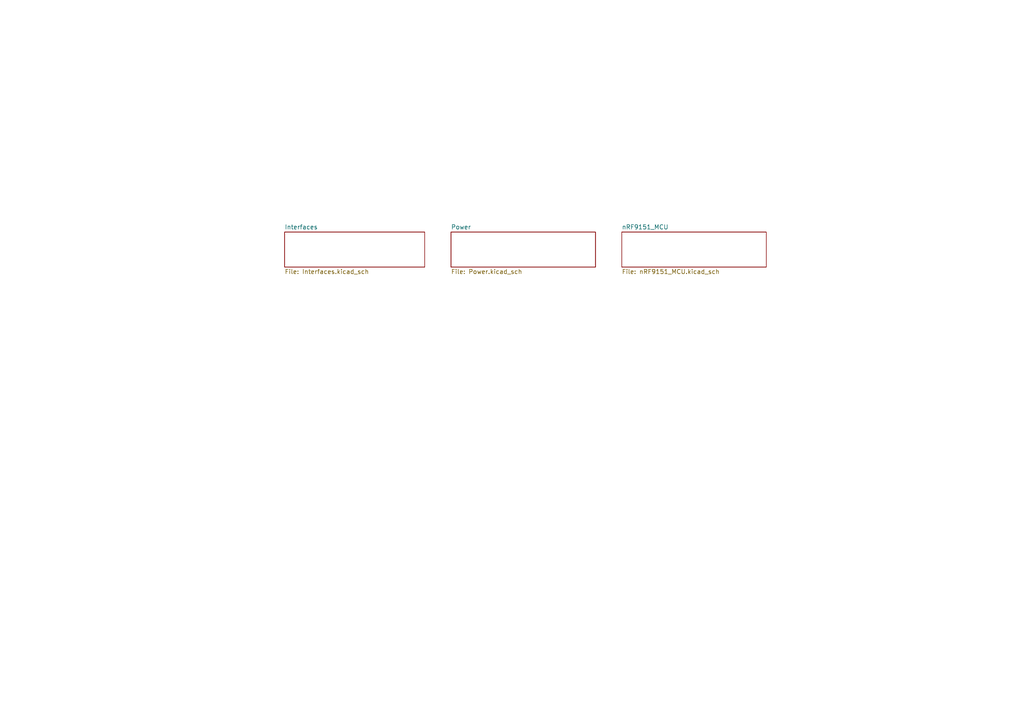
<source format=kicad_sch>
(kicad_sch
	(version 20250114)
	(generator "eeschema")
	(generator_version "9.0")
	(uuid "f58c29a2-120e-456c-93a4-5a2527367c1f")
	(paper "A4")
	(title_block
		(date "2025-05-08")
	)
	(lib_symbols)
	(sheet
		(at 82.55 67.31)
		(size 40.64 10.16)
		(exclude_from_sim no)
		(in_bom yes)
		(on_board yes)
		(dnp no)
		(fields_autoplaced yes)
		(stroke
			(width 0)
			(type solid)
		)
		(fill
			(color 0 0 0 0.0000)
		)
		(uuid "00000000-0000-0000-0000-00006790c616")
		(property "Sheetname" "Interfaces"
			(at 82.55 66.5984 0)
			(effects
				(font
					(size 1.27 1.27)
				)
				(justify left bottom)
			)
		)
		(property "Sheetfile" "Interfaces.kicad_sch"
			(at 82.55 78.0546 0)
			(effects
				(font
					(size 1.27 1.27)
				)
				(justify left top)
			)
		)
		(instances
			(project "nRF9151_Linear"
				(path "/f58c29a2-120e-456c-93a4-5a2527367c1f"
					(page "2")
				)
			)
		)
	)
	(sheet
		(at 180.34 67.31)
		(size 41.91 10.16)
		(exclude_from_sim no)
		(in_bom yes)
		(on_board yes)
		(dnp no)
		(fields_autoplaced yes)
		(stroke
			(width 0)
			(type solid)
		)
		(fill
			(color 0 0 0 0.0000)
		)
		(uuid "00000000-0000-0000-0000-00006791151d")
		(property "Sheetname" "nRF9151_MCU"
			(at 180.34 66.5984 0)
			(effects
				(font
					(size 1.27 1.27)
				)
				(justify left bottom)
			)
		)
		(property "Sheetfile" "nRF9151_MCU.kicad_sch"
			(at 180.34 78.0546 0)
			(effects
				(font
					(size 1.27 1.27)
				)
				(justify left top)
			)
		)
		(instances
			(project "nRF9151_Linear"
				(path "/f58c29a2-120e-456c-93a4-5a2527367c1f"
					(page "4")
				)
			)
		)
	)
	(sheet
		(at 130.81 67.31)
		(size 41.91 10.16)
		(exclude_from_sim no)
		(in_bom yes)
		(on_board yes)
		(dnp no)
		(fields_autoplaced yes)
		(stroke
			(width 0)
			(type solid)
		)
		(fill
			(color 0 0 0 0.0000)
		)
		(uuid "00000000-0000-0000-0000-000067911d9a")
		(property "Sheetname" "Power"
			(at 130.81 66.5984 0)
			(effects
				(font
					(size 1.27 1.27)
				)
				(justify left bottom)
			)
		)
		(property "Sheetfile" "Power.kicad_sch"
			(at 130.81 78.0546 0)
			(effects
				(font
					(size 1.27 1.27)
				)
				(justify left top)
			)
		)
		(instances
			(project "nRF9151_Linear"
				(path "/f58c29a2-120e-456c-93a4-5a2527367c1f"
					(page "3")
				)
			)
		)
	)
	(sheet_instances
		(path "/"
			(page "1")
		)
	)
	(embedded_fonts no)
)

</source>
